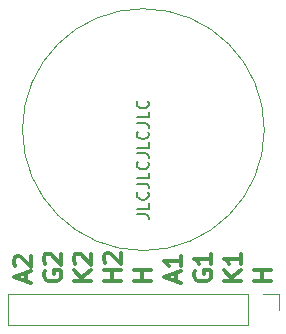
<source format=gbr>
%TF.GenerationSoftware,KiCad,Pcbnew,(6.0.5)*%
%TF.CreationDate,2023-01-12T15:22:18-05:00*%
%TF.ProjectId,12ax7_socket,31326178-375f-4736-9f63-6b65742e6b69,rev?*%
%TF.SameCoordinates,Original*%
%TF.FileFunction,Legend,Top*%
%TF.FilePolarity,Positive*%
%FSLAX46Y46*%
G04 Gerber Fmt 4.6, Leading zero omitted, Abs format (unit mm)*
G04 Created by KiCad (PCBNEW (6.0.5)) date 2023-01-12 15:22:18*
%MOMM*%
%LPD*%
G01*
G04 APERTURE LIST*
%ADD10C,0.200000*%
%ADD11C,0.300000*%
%ADD12C,0.120000*%
G04 APERTURE END LIST*
D10*
X159472380Y-101139047D02*
X160186666Y-101139047D01*
X160329523Y-101186666D01*
X160424761Y-101281904D01*
X160472380Y-101424761D01*
X160472380Y-101520000D01*
X160472380Y-100186666D02*
X160472380Y-100662857D01*
X159472380Y-100662857D01*
X160377142Y-99281904D02*
X160424761Y-99329523D01*
X160472380Y-99472380D01*
X160472380Y-99567619D01*
X160424761Y-99710476D01*
X160329523Y-99805714D01*
X160234285Y-99853333D01*
X160043809Y-99900952D01*
X159900952Y-99900952D01*
X159710476Y-99853333D01*
X159615238Y-99805714D01*
X159520000Y-99710476D01*
X159472380Y-99567619D01*
X159472380Y-99472380D01*
X159520000Y-99329523D01*
X159567619Y-99281904D01*
X159472380Y-98567619D02*
X160186666Y-98567619D01*
X160329523Y-98615238D01*
X160424761Y-98710476D01*
X160472380Y-98853333D01*
X160472380Y-98948571D01*
X160472380Y-97615238D02*
X160472380Y-98091428D01*
X159472380Y-98091428D01*
X160377142Y-96710476D02*
X160424761Y-96758095D01*
X160472380Y-96900952D01*
X160472380Y-96996190D01*
X160424761Y-97139047D01*
X160329523Y-97234285D01*
X160234285Y-97281904D01*
X160043809Y-97329523D01*
X159900952Y-97329523D01*
X159710476Y-97281904D01*
X159615238Y-97234285D01*
X159520000Y-97139047D01*
X159472380Y-96996190D01*
X159472380Y-96900952D01*
X159520000Y-96758095D01*
X159567619Y-96710476D01*
X159472380Y-95996190D02*
X160186666Y-95996190D01*
X160329523Y-96043809D01*
X160424761Y-96139047D01*
X160472380Y-96281904D01*
X160472380Y-96377142D01*
X160472380Y-95043809D02*
X160472380Y-95520000D01*
X159472380Y-95520000D01*
X160377142Y-94139047D02*
X160424761Y-94186666D01*
X160472380Y-94329523D01*
X160472380Y-94424761D01*
X160424761Y-94567619D01*
X160329523Y-94662857D01*
X160234285Y-94710476D01*
X160043809Y-94758095D01*
X159900952Y-94758095D01*
X159710476Y-94710476D01*
X159615238Y-94662857D01*
X159520000Y-94567619D01*
X159472380Y-94424761D01*
X159472380Y-94329523D01*
X159520000Y-94186666D01*
X159567619Y-94139047D01*
X159472380Y-93424761D02*
X160186666Y-93424761D01*
X160329523Y-93472380D01*
X160424761Y-93567619D01*
X160472380Y-93710476D01*
X160472380Y-93805714D01*
X160472380Y-92472380D02*
X160472380Y-92948571D01*
X159472380Y-92948571D01*
X160377142Y-91567619D02*
X160424761Y-91615238D01*
X160472380Y-91758095D01*
X160472380Y-91853333D01*
X160424761Y-91996190D01*
X160329523Y-92091428D01*
X160234285Y-92139047D01*
X160043809Y-92186666D01*
X159900952Y-92186666D01*
X159710476Y-92139047D01*
X159615238Y-92091428D01*
X159520000Y-91996190D01*
X159472380Y-91853333D01*
X159472380Y-91758095D01*
X159520000Y-91615238D01*
X159567619Y-91567619D01*
D11*
X164350000Y-105977142D02*
X164278571Y-106120000D01*
X164278571Y-106334285D01*
X164350000Y-106548571D01*
X164492857Y-106691428D01*
X164635714Y-106762857D01*
X164921428Y-106834285D01*
X165135714Y-106834285D01*
X165421428Y-106762857D01*
X165564285Y-106691428D01*
X165707142Y-106548571D01*
X165778571Y-106334285D01*
X165778571Y-106191428D01*
X165707142Y-105977142D01*
X165635714Y-105905714D01*
X165135714Y-105905714D01*
X165135714Y-106191428D01*
X165778571Y-104477142D02*
X165778571Y-105334285D01*
X165778571Y-104905714D02*
X164278571Y-104905714D01*
X164492857Y-105048571D01*
X164635714Y-105191428D01*
X164707142Y-105334285D01*
X151650000Y-105977142D02*
X151578571Y-106120000D01*
X151578571Y-106334285D01*
X151650000Y-106548571D01*
X151792857Y-106691428D01*
X151935714Y-106762857D01*
X152221428Y-106834285D01*
X152435714Y-106834285D01*
X152721428Y-106762857D01*
X152864285Y-106691428D01*
X153007142Y-106548571D01*
X153078571Y-106334285D01*
X153078571Y-106191428D01*
X153007142Y-105977142D01*
X152935714Y-105905714D01*
X152435714Y-105905714D01*
X152435714Y-106191428D01*
X151721428Y-105334285D02*
X151650000Y-105262857D01*
X151578571Y-105120000D01*
X151578571Y-104762857D01*
X151650000Y-104620000D01*
X151721428Y-104548571D01*
X151864285Y-104477142D01*
X152007142Y-104477142D01*
X152221428Y-104548571D01*
X153078571Y-105405714D01*
X153078571Y-104477142D01*
X170858571Y-106762857D02*
X169358571Y-106762857D01*
X170072857Y-106762857D02*
X170072857Y-105905714D01*
X170858571Y-105905714D02*
X169358571Y-105905714D01*
X158158571Y-106762857D02*
X156658571Y-106762857D01*
X157372857Y-106762857D02*
X157372857Y-105905714D01*
X158158571Y-105905714D02*
X156658571Y-105905714D01*
X156801428Y-105262857D02*
X156730000Y-105191428D01*
X156658571Y-105048571D01*
X156658571Y-104691428D01*
X156730000Y-104548571D01*
X156801428Y-104477142D01*
X156944285Y-104405714D01*
X157087142Y-104405714D01*
X157301428Y-104477142D01*
X158158571Y-105334285D01*
X158158571Y-104405714D01*
X168318571Y-106762857D02*
X166818571Y-106762857D01*
X168318571Y-105905714D02*
X167461428Y-106548571D01*
X166818571Y-105905714D02*
X167675714Y-106762857D01*
X168318571Y-104477142D02*
X168318571Y-105334285D01*
X168318571Y-104905714D02*
X166818571Y-104905714D01*
X167032857Y-105048571D01*
X167175714Y-105191428D01*
X167247142Y-105334285D01*
X150110000Y-106834285D02*
X150110000Y-106120000D01*
X150538571Y-106977142D02*
X149038571Y-106477142D01*
X150538571Y-105977142D01*
X149181428Y-105548571D02*
X149110000Y-105477142D01*
X149038571Y-105334285D01*
X149038571Y-104977142D01*
X149110000Y-104834285D01*
X149181428Y-104762857D01*
X149324285Y-104691428D01*
X149467142Y-104691428D01*
X149681428Y-104762857D01*
X150538571Y-105620000D01*
X150538571Y-104691428D01*
X162810000Y-106834285D02*
X162810000Y-106120000D01*
X163238571Y-106977142D02*
X161738571Y-106477142D01*
X163238571Y-105977142D01*
X163238571Y-104691428D02*
X163238571Y-105548571D01*
X163238571Y-105120000D02*
X161738571Y-105120000D01*
X161952857Y-105262857D01*
X162095714Y-105405714D01*
X162167142Y-105548571D01*
X155618571Y-106762857D02*
X154118571Y-106762857D01*
X155618571Y-105905714D02*
X154761428Y-106548571D01*
X154118571Y-105905714D02*
X154975714Y-106762857D01*
X154261428Y-105334285D02*
X154190000Y-105262857D01*
X154118571Y-105120000D01*
X154118571Y-104762857D01*
X154190000Y-104620000D01*
X154261428Y-104548571D01*
X154404285Y-104477142D01*
X154547142Y-104477142D01*
X154761428Y-104548571D01*
X155618571Y-105405714D01*
X155618571Y-104477142D01*
X160698571Y-106762857D02*
X159198571Y-106762857D01*
X159912857Y-106762857D02*
X159912857Y-105905714D01*
X160698571Y-105905714D02*
X159198571Y-105905714D01*
D12*
%TO.C,U1*%
X170259067Y-93980000D02*
G75*
G03*
X170259067Y-93980000I-10239067J0D01*
G01*
%TO.C,J1*%
X168900000Y-107890000D02*
X148520000Y-107890000D01*
X171500000Y-107890000D02*
X171500000Y-109220000D01*
X148520000Y-107890000D02*
X148520000Y-110550000D01*
X168900000Y-110550000D02*
X148520000Y-110550000D01*
X168900000Y-107890000D02*
X168900000Y-110550000D01*
X170170000Y-107890000D02*
X171500000Y-107890000D01*
%TD*%
M02*

</source>
